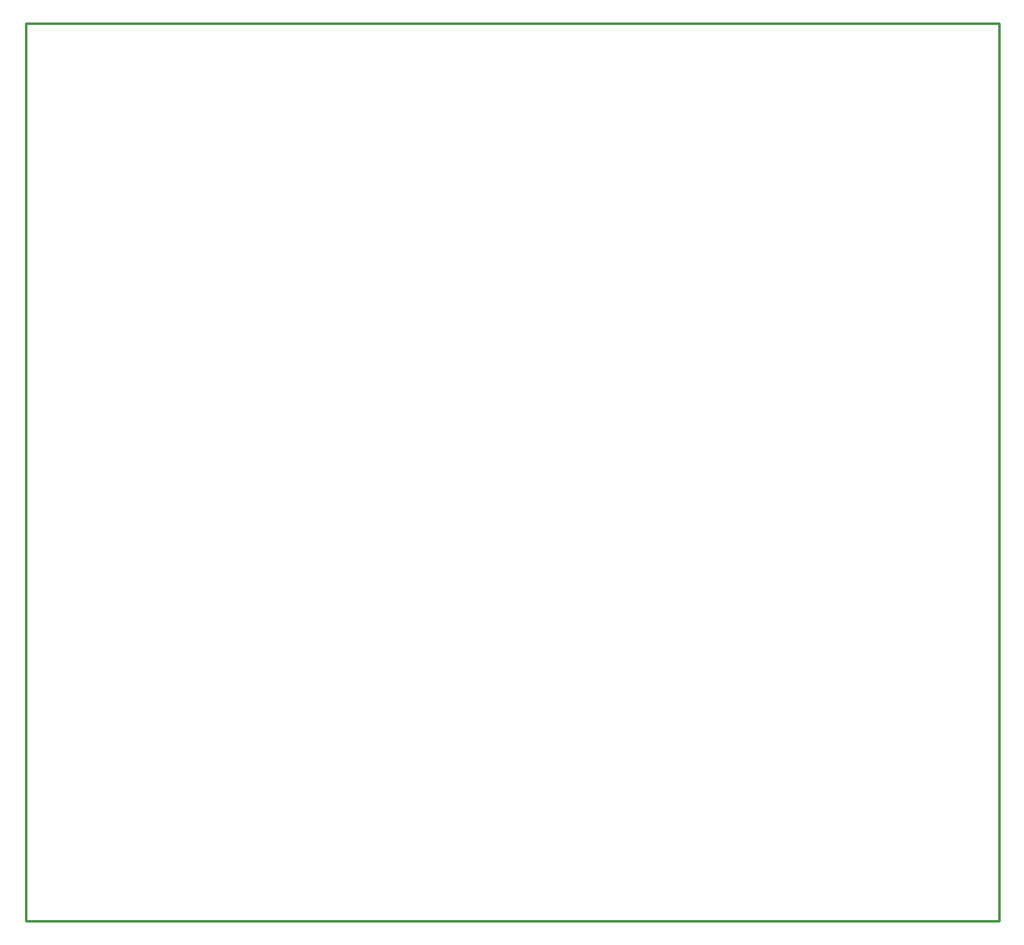
<source format=gbr>
G04 start of page 4 for group 2 idx 2 *
G04 Title: (unknown), outline *
G04 Creator: pcb 20140316 *
G04 CreationDate: Sat 17 Sep 2016 09:25:40 PM GMT UTC *
G04 For: ndholmes *
G04 Format: Gerber/RS-274X *
G04 PCB-Dimensions (mil): 3900.00 3600.00 *
G04 PCB-Coordinate-Origin: lower left *
%MOIN*%
%FSLAX25Y25*%
%LNOUTLINE*%
%ADD65C,0.0100*%
G54D65*X0Y360000D02*X390000D01*
Y0D01*
X0D01*
Y360000D01*
M02*

</source>
